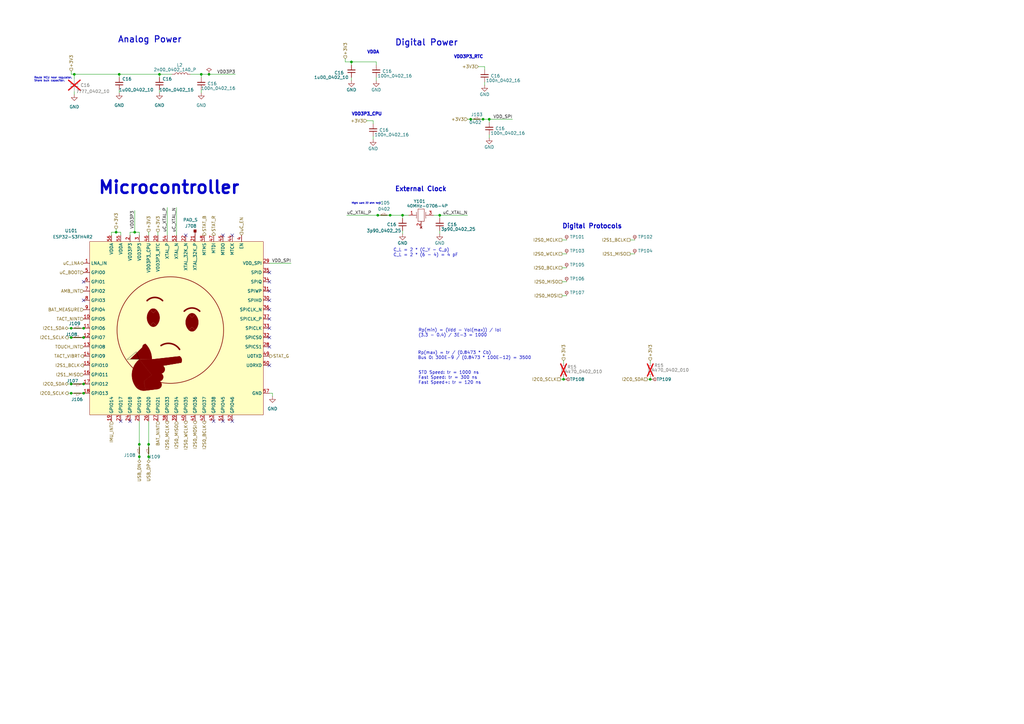
<source format=kicad_sch>
(kicad_sch (version 20230121) (generator eeschema)
  (paper "A3")
  (title_block (title "MCU") (date "2023-08-07") (rev "1") (company "Beep Boop"))
  (lib_symbols
    (symbol "Beacon_Library:CUT_N_JUMP" (pin_numbers hide) (in_bom no)
      (property "Reference" "J" (at 0 -0.254 0))
      (property "Value" "0402" (at 0 -3.81 0))
      (symbol "CUT_N_JUMP_1_1"
        (polyline (pts (xy -1.27 -2.54) (xy 1.27 -2.54)) (stroke (width 0.381)))
        (polyline (pts (xy 0.508 -1.905) (xy 0.381 -1.651) (xy 0.508 -1.905) (xy 0.254 -2.032)) (stroke (width 0.0762)))
        (arc (start 0.508 -1.905) (mid -0.5086 -1.8651) (end -1.27 -2.54) (stroke (width 0.0762)))
        (pin passive line (at -2.54 -2.54 0) (length 1.27) (name "~") (number "1"))
        (pin passive line (at 2.54 -2.54 180) (length 1.27) (name "~") (number "2"))
      )
    )
    (symbol "Beacon_Library:Crystal-0706-4P"
      (property "Reference" "Y" (at -5.08 1.27 0))
      (property "Value" "Crystal-0706-4P" (at 3.175 -1.27 0))
      (symbol "Crystal-0706-4P_0_1"
        (rectangle (start -1.27 -2.54) (end 1.27 -7.62))
        (polyline (pts (xy -2.54 -5.08) (xy -1.905 -5.08)))
        (polyline (pts (xy -1.905 -3.81) (xy -1.905 -6.35)))
        (polyline (pts (xy 1.905 -3.81) (xy 1.905 -6.35)))
        (polyline (pts (xy 2.54 -5.08) (xy 1.905 -5.08)))
      )
      (symbol "Crystal-0706-4P_1_1"
        (pin passive line (at -5.08 -5.08 0) (length 2.54) (name "") (number "1"))
        (pin no_connect line (at 0 -10.16 90) (length 2.54) (name "") (number "2"))
        (pin passive line (at 5.08 -5.08 180) (length 2.54) (name "") (number "3"))
      )
    )
    (symbol "Beacon_Library:ESP32-S3FH4R2"
      (property "Reference" "U" (at -8.89 2.54 0))
      (property "Value" "ESP32-S3FH4R2" (at -8.89 -1.27 0))
      (symbol "ESP32-S3FH4R2_1_1"
        (polyline (pts (xy 27.9574 -60.445) (xy 22.8774 -61.08)))
        (polyline (pts (xy 36.8474 -47.11) (xy 25.4174 -48.38)))
        (polyline (pts (xy 37.4824 -49.65) (xy 29.8624 -50.92)))
        (polyline (pts (xy 19.058 -45.2027) (xy 15.248 -48.3777) (xy 20.2772 -48.3015) (xy 19.058 -45.2027)) (stroke (width 0.0127) (color 0 0 0 0.01)) (fill (type outline)))
        (polyline (pts (xy 36.203 -48.3777) (xy 37.473 -49.6477) (xy 29.853 -50.9177) (xy 29.218 -52.8227) (xy 29.218 -56.6327) (xy 28.583 -57.2677) (xy 27.948 -60.4427) (xy 22.868 -61.0777) (xy 22.233 -57.2677) (xy 25.408 -54.7277) (xy 20.328 -48.3777) (xy 25.408 -48.3777) (xy 36.838 -47.1077) (xy 36.203 -48.3777)) (fill (type outline)))
        (rectangle (start 0 0) (end 71.12 -71.12) (fill (type background)))
        (arc (start 19.0674 -59.81) (mid 20.8112 -60.9287) (end 22.8774 -61.08) (fill (type outline)))
        (arc (start 20.3374 -48.38) (mid 17.3371 -53.8322) (end 19.0674 -59.81) (fill (type outline)))
        (arc (start 20.3374 -48.38) (mid 22.0217 -46.1023) (end 21.6074 -43.3) (fill (type color)))
        (arc (start 22.8774 -42.03) (mid 21.9794 -42.402) (end 21.6074 -43.3) (fill (type outline)))
        (arc (start 24.773 -34.4077) (mid 26.043 -34.9332) (end 27.313 -34.4077) (fill (type outline)))
        (arc (start 24.773 -28.0577) (mid 23.4599 -31.2327) (end 24.773 -34.4077) (fill (type outline)))
        (arc (start 25.4174 -48.38) (mid 24.7811 -44.9515) (end 22.8774 -42.03) (fill (type outline)))
        (arc (start 27.313 -34.4077) (mid 28.6281 -31.2327) (end 27.313 -28.0577) (fill (type outline)))
        (arc (start 27.313 -28.0558) (mid 26.043 -27.5303) (end 24.773 -28.0558) (fill (type outline)))
        (arc (start 27.9574 -60.445) (mid 29.4247 -59.0875) (end 28.5924 -57.27) (fill (type outline)))
        (arc (start 28.5924 -57.27) (mid 30.0755 -55.9156) (end 29.2274 -54.095) (fill (type outline)))
        (arc (start 29.2274 -54.095) (mid 30.7116 -52.7409) (end 29.8624 -50.92) (fill (type outline)))
        (arc (start 29.853 -24.2477) (mid 26.678 -22.9326) (end 23.503 -24.2477) (stroke (width 0.635)))
        (circle (center 33.028 -36.3127) (radius 21.8499) (stroke (width 0.254)) (fill (type background)))
        (arc (start 36.83 -44.2468) (mid 33.3512 -41.8825) (end 29.218 -42.6627) (stroke (width 0.635)))
        (arc (start 37.4824 -49.65) (mid 37.6878 -48.2493) (end 36.8474 -47.11) (fill (type outline)))
        (arc (start 40.648 -36.3127) (mid 41.918 -36.8382) (end 43.188 -36.3127) (fill (type outline)))
        (arc (start 40.648 -29.9627) (mid 39.3349 -33.1377) (end 40.648 -36.3127) (fill (type outline)))
        (arc (start 43.188 -36.3127) (mid 44.5031 -33.1377) (end 43.188 -29.9627) (fill (type outline)))
        (arc (start 43.188 -29.9608) (mid 41.918 -29.4353) (end 40.648 -29.9608) (fill (type outline)))
        (arc (start 45.085 -28.5749) (mid 41.91 -27.2598) (end 38.735 -28.5749) (stroke (width 0.635)))
        (pin input line (at -2.54 -8.89 0) (length 2.54) (name "LNA_IN") (number "1"))
        (pin unspecified line (at -2.54 -31.75 0) (length 2.54) (name "GPIO5") (number "10"))
        (pin unspecified line (at -2.54 -35.56 0) (length 2.54) (name "GPIO6") (number "11"))
        (pin unspecified line (at -2.54 -39.37 0) (length 2.54) (name "GPIO7") (number "12"))
        (pin unspecified line (at -2.54 -43.18 0) (length 2.54) (name "GPIO8") (number "13"))
        (pin unspecified line (at -2.54 -46.99 0) (length 2.54) (name "GPIO9") (number "14"))
        (pin unspecified line (at -2.54 -50.8 0) (length 2.54) (name "GPIO10") (number "15"))
        (pin unspecified line (at -2.54 -54.61 0) (length 2.54) (name "GPIO11") (number "16"))
        (pin unspecified line (at -2.54 -58.42 0) (length 2.54) (name "GPIO12") (number "17"))
        (pin unspecified line (at -2.54 -62.23 0) (length 2.54) (name "GPIO13") (number "18"))
        (pin unspecified line (at 8.89 -73.66 90) (length 2.54) (name "GPIO14") (number "19"))
        (pin power_in line (at 16.51 2.54 270) (length 2.54) (name "VDD3P3") (number "2"))
        (pin power_in line (at 27.94 2.54 270) (length 2.54) (name "VDD3P3_RTC") (number "20"))
        (pin unspecified line (at 43.18 2.54 270) (length 2.54) (name "XTAL_32K_P") (number "21"))
        (pin unspecified line (at 39.37 2.54 270) (length 2.54) (name "XTAL_32K_N") (number "22"))
        (pin unspecified line (at 12.7 -73.66 90) (length 2.54) (name "GPIO17") (number "23"))
        (pin unspecified line (at 16.51 -73.66 90) (length 2.54) (name "GPIO18") (number "24"))
        (pin unspecified line (at 20.32 -73.66 90) (length 2.54) (name "GPIO19") (number "25"))
        (pin unspecified line (at 24.13 -73.66 90) (length 2.54) (name "GPIO20") (number "26"))
        (pin unspecified line (at 27.94 -73.66 90) (length 2.54) (name "GPIO21") (number "27"))
        (pin unspecified line (at 73.66 -43.18 180) (length 2.54) (name "SPICS1") (number "28"))
        (pin unspecified line (at 73.66 -8.89 180) (length 2.54) (name "VDD_SPI") (number "29"))
        (pin input line (at 20.32 2.54 270) (length 2.54) (name "VDD3P3") (number "3"))
        (pin unspecified line (at 73.66 -24.13 180) (length 2.54) (name "SPIHD") (number "30"))
        (pin unspecified line (at 73.66 -20.32 180) (length 2.54) (name "SPIWP") (number "31"))
        (pin unspecified line (at 73.66 -39.37 180) (length 2.54) (name "SPICS0") (number "32"))
        (pin unspecified line (at 73.66 -35.56 180) (length 2.54) (name "SPICLK") (number "33"))
        (pin unspecified line (at 73.66 -16.51 180) (length 2.54) (name "SPIQ") (number "34"))
        (pin unspecified line (at 73.66 -12.7 180) (length 2.54) (name "SPID") (number "35"))
        (pin unspecified line (at 73.66 -27.94 180) (length 2.54) (name "SPICLK_N") (number "36"))
        (pin unspecified line (at 73.66 -31.75 180) (length 2.54) (name "SPICLK_P") (number "37"))
        (pin unspecified line (at 31.75 -73.66 90) (length 2.54) (name "GPIO33") (number "38"))
        (pin unspecified line (at 35.56 -73.66 90) (length 2.54) (name "GPIO34") (number "39"))
        (pin input line (at 62.23 2.54 270) (length 2.54) (name "EN") (number "4"))
        (pin unspecified line (at 39.37 -73.66 90) (length 2.54) (name "GPIO35") (number "40"))
        (pin unspecified line (at 43.18 -73.66 90) (length 2.54) (name "GPIO36") (number "41"))
        (pin unspecified line (at 46.99 -73.66 90) (length 2.54) (name "GPIO37") (number "42"))
        (pin unspecified line (at 50.8 -73.66 90) (length 2.54) (name "GPIO38") (number "43"))
        (pin unspecified line (at 58.42 2.54 270) (length 2.54) (name "MTCK") (number "44"))
        (pin unspecified line (at 54.61 2.54 270) (length 2.54) (name "MTDO") (number "45"))
        (pin power_in line (at 24.13 2.54 270) (length 2.54) (name "VDD3P3_CPU") (number "46"))
        (pin unspecified line (at 50.8 2.54 270) (length 2.54) (name "MTDI") (number "47"))
        (pin unspecified line (at 46.99 2.54 270) (length 2.54) (name "MTMS") (number "48"))
        (pin output line (at 73.66 -46.99 180) (length 2.54) (name "U0TXD") (number "49"))
        (pin unspecified line (at -2.54 -12.7 0) (length 2.54) (name "GPIO0") (number "5"))
        (pin input line (at 73.66 -50.8 180) (length 2.54) (name "U0RXD") (number "50"))
        (pin unspecified line (at 54.61 -73.66 90) (length 2.54) (name "GPIO45") (number "51"))
        (pin unspecified line (at 58.42 -73.66 90) (length 2.54) (name "GPIO46") (number "52"))
        (pin passive line (at 35.56 2.54 270) (length 2.54) (name "XTAL_N") (number "53"))
        (pin passive line (at 31.75 2.54 270) (length 2.54) (name "XTAL_P") (number "54"))
        (pin power_in line (at 12.7 2.54 270) (length 2.54) (name "VDDA") (number "55"))
        (pin power_in line (at 8.89 2.54 270) (length 2.54) (name "VDDA") (number "56"))
        (pin passive line (at 73.66 -62.23 180) (length 2.54) (name "GND") (number "57"))
        (pin unspecified line (at -2.54 -16.51 0) (length 2.54) (name "GPIO1") (number "6"))
        (pin unspecified line (at -2.54 -20.32 0) (length 2.54) (name "GPIO2") (number "7"))
        (pin unspecified line (at -2.54 -24.13 0) (length 2.54) (name "GPIO3") (number "8"))
        (pin unspecified line (at -2.54 -27.94 0) (length 2.54) (name "GPIO4") (number "9"))
      )
    )
    (symbol "Beacon_Library:PAD_SMALL" (pin_numbers hide) (in_bom no)
      (property "Reference" "J" (at 0 3.302 0))
      (property "Value" "PAD_S" (at 3.81 2.54 0))
      (symbol "PAD_SMALL_1_1"
        (rectangle (start -0.508 2.286) (end 0.508 1.27) (fill (type outline)))
        (pin passive line (at 0 0 90) (length 1.27) (name "") (number "1"))
      )
    )
    (symbol "Beacon_Library:TESTPOINT" (pin_numbers hide) (in_bom no)
      (property "Reference" "TP" (at 0 0 0))
      (symbol "TESTPOINT_1_1"
        (circle (center 0 -1.905) (radius 0.635))
        (polyline (pts (xy -0.508 -2.286) (xy 0.508 -1.524)) (stroke (width 0.0254)))
        (polyline (pts (xy -0.508 -1.524) (xy 0.508 -2.286)) (stroke (width 0.0254)))
        (pin passive line (at 0 -3.175 90) (length 0.635) (name "~") (number "1"))
      )
    )
    (symbol "Device:C_Small" (pin_numbers hide) (pin_names (offset 0.254) hide)
      (property "Reference" "C" (at 0.254 1.778 0))
      (property "Value" "C_Small" (at 0.254 -2.032 0))
      (symbol "C_Small_0_1"
        (polyline (pts (xy -1.524 -0.508) (xy 1.524 -0.508)) (stroke (width 0.3302)))
        (polyline (pts (xy -1.524 0.508) (xy 1.524 0.508)) (stroke (width 0.3048)))
      )
      (symbol "C_Small_1_1"
        (pin passive line (at 0 2.54 270) (length 2.032) (name "~") (number "1"))
        (pin passive line (at 0 -2.54 90) (length 2.032) (name "~") (number "2"))
      )
    )
    (symbol "Device:L" (pin_numbers hide) (pin_names (offset 1.016) hide)
      (property "Reference" "L" (at -1.27 0 90))
      (property "Value" "L" (at 1.905 0 90))
      (symbol "L_0_1"
        (arc (start 0 -2.54) (mid 0.6323 -1.905) (end 0 -1.27))
        (arc (start 0 -1.27) (mid 0.6323 -0.635) (end 0 0))
        (arc (start 0 0) (mid 0.6323 0.635) (end 0 1.27))
        (arc (start 0 1.27) (mid 0.6323 1.905) (end 0 2.54))
      )
      (symbol "L_1_1"
        (pin passive line (at 0 3.81 270) (length 1.27) (name "1") (number "1"))
        (pin passive line (at 0 -3.81 90) (length 1.27) (name "2") (number "2"))
      )
    )
    (symbol "Device:R_Small" (pin_numbers hide) (pin_names (offset 0.254) hide)
      (property "Reference" "R" (at 0.762 0.508 0))
      (property "Value" "R_Small" (at 0.762 -1.016 0))
      (symbol "R_Small_0_1"
        (rectangle (start -0.762 1.778) (end 0.762 -1.778) (stroke (width 0.2032)))
      )
      (symbol "R_Small_1_1"
        (pin passive line (at 0 2.54 270) (length 0.762) (name "~") (number "1"))
        (pin passive line (at 0 -2.54 90) (length 0.762) (name "~") (number "2"))
      )
    )
    (symbol "power:GND" (power) (pin_names (offset 0))
      (property "Value" "GND" (at 0 -3.81 0))
      (symbol "GND_0_1"
        (polyline (pts (xy 0 0) (xy 0 -1.27) (xy 1.27 -1.27) (xy 0 -2.54) (xy -1.27 -1.27) (xy 0 -1.27)))
      )
      (symbol "GND_1_1"
        (pin power_in line (at 0 0 270) (length 0) hide (name "GND") (number "1"))
      )
    )
    (symbol "power:PWR_FLAG" (power) (pin_numbers hide) (pin_names (offset 0) hide)
      (property "Value" "PWR_FLAG" (at 0 3.81 0))
      (symbol "PWR_FLAG_0_0"
        (pin power_out line (at 0 0 90) (length 0) (name "pwr") (number "1"))
      )
      (symbol "PWR_FLAG_0_1"
        (polyline (pts (xy 0 0) (xy 0 1.27) (xy -1.016 1.905) (xy 0 2.54) (xy 1.016 1.905) (xy 0 1.27)))
      )
    )
  )
  (junction (at 29.21 138.43))
  (junction (at 165.1 88.265))
  (junction (at 160.02 88.265))
  (junction (at 30.48 30.48))
  (junction (at 82.55 30.48))
  (junction (at 57.15 182.245))
  (junction (at 85.725 30.48))
  (junction (at 57.15 187.325))
  (junction (at 34.29 134.62))
  (junction (at 266.7 155.575))
  (junction (at 200.66 48.895))
  (junction (at 34.29 157.48))
  (junction (at 48.895 30.48))
  (junction (at 60.96 182.245))
  (junction (at 198.12 48.895))
  (junction (at 60.96 187.325))
  (junction (at 154.94 88.265))
  (junction (at 34.29 161.29))
  (junction (at 193.04 48.895))
  (junction (at 34.29 138.43))
  (junction (at 180.34 88.265))
  (junction (at 144.145 25.4))
  (junction (at 47.625 95.25))
  (junction (at 231.14 155.575))
  (junction (at 29.21 161.29))
  (junction (at 55.245 95.25))
  (junction (at 65.405 30.48))
  (junction (at 29.21 157.48))
  (junction (at 29.21 134.62))
  (no_connect (at 91.44 96.52))
  (no_connect (at 110.49 119.38))
  (no_connect (at 95.25 96.52))
  (no_connect (at 110.49 130.81))
  (no_connect (at 95.25 172.72))
  (no_connect (at 91.44 172.72))
  (no_connect (at 110.49 142.24))
  (no_connect (at 87.63 172.72))
  (no_connect (at 34.29 115.57))
  (no_connect (at 110.49 134.62))
  (no_connect (at 49.53 172.72))
  (no_connect (at 53.34 172.72))
  (no_connect (at 110.49 138.43))
  (no_connect (at 76.2 96.52))
  (no_connect (at 110.49 115.57))
  (no_connect (at 110.49 123.19))
  (no_connect (at 34.29 123.19))
  (no_connect (at 110.49 111.76))
  (no_connect (at 110.49 127))
  (no_connect (at 110.49 149.86))
  (wire (pts (xy 60.96 187.325) (xy 60.96 188.595)))
  (wire (pts (xy 154.94 88.265) (xy 160.02 88.265)))
  (wire (pts (xy 153.035 49.53) (xy 153.035 50.8)))
  (wire (pts (xy 64.77 95.25) (xy 64.77 96.52)))
  (wire (pts (xy 200.66 56.515) (xy 200.66 55.245)))
  (wire (pts (xy 29.21 161.29) (xy 34.29 161.29)))
  (wire (pts (xy 45.72 95.25) (xy 45.72 96.52)))
  (wire (pts (xy 230.505 115.57) (xy 232.41 115.57)))
  (wire (pts (xy 85.725 30.48) (xy 96.52 30.48)))
  (wire (pts (xy 55.245 95.25) (xy 57.15 95.25)))
  (wire (pts (xy 144.145 31.75) (xy 144.145 33.02)))
  (wire (pts (xy 193.04 48.895) (xy 198.12 48.895)))
  (wire (pts (xy 65.405 30.48) (xy 65.405 31.75)))
  (wire (pts (xy 144.145 26.67) (xy 144.145 25.4)))
  (wire (pts (xy 196.215 27.305) (xy 198.755 27.305)))
  (wire (pts (xy 142.24 88.265) (xy 154.94 88.265)))
  (wire (pts (xy 57.15 182.245) (xy 57.15 187.325)))
  (wire (pts (xy 47.625 95.25) (xy 49.53 95.25)))
  (wire (pts (xy 180.34 94.615) (xy 180.34 95.885)))
  (wire (pts (xy 27.94 157.48) (xy 29.21 157.48)))
  (wire (pts (xy 27.94 134.62) (xy 29.21 134.62)))
  (wire (pts (xy 266.7 155.575) (xy 265.43 155.575)))
  (wire (pts (xy 165.1 88.265) (xy 167.64 88.265)))
  (wire (pts (xy 144.145 25.4) (xy 154.305 25.4)))
  (wire (pts (xy 154.305 25.4) (xy 154.305 26.67)))
  (wire (pts (xy 30.48 30.48) (xy 30.48 32.385)))
  (wire (pts (xy 191.77 48.895) (xy 193.04 48.895)))
  (wire (pts (xy 266.7 147.955) (xy 266.7 149.225)))
  (wire (pts (xy 198.12 48.895) (xy 200.66 48.895)))
  (wire (pts (xy 53.34 95.25) (xy 53.34 96.52)))
  (wire (pts (xy 180.34 88.265) (xy 180.34 89.535)))
  (wire (pts (xy 230.505 98.425) (xy 232.41 98.425)))
  (wire (pts (xy 53.34 95.25) (xy 55.245 95.25)))
  (wire (pts (xy 258.445 104.14) (xy 260.35 104.14)))
  (wire (pts (xy 82.55 31.75) (xy 82.55 30.48)))
  (wire (pts (xy 177.8 88.265) (xy 180.34 88.265)))
  (wire (pts (xy 82.55 30.48) (xy 85.725 30.48)))
  (wire (pts (xy 198.755 27.305) (xy 198.755 28.575)))
  (wire (pts (xy 231.775 155.575) (xy 231.14 155.575)))
  (wire (pts (xy 258.445 98.425) (xy 260.35 98.425)))
  (wire (pts (xy 267.335 155.575) (xy 266.7 155.575)))
  (wire (pts (xy 45.72 95.25) (xy 47.625 95.25)))
  (wire (pts (xy 154.305 31.75) (xy 154.305 33.02)))
  (wire (pts (xy 27.94 161.29) (xy 29.21 161.29)))
  (wire (pts (xy 48.895 36.83) (xy 48.895 38.1)))
  (wire (pts (xy 165.1 94.615) (xy 165.1 95.885)))
  (wire (pts (xy 57.15 96.52) (xy 57.15 95.25)))
  (wire (pts (xy 230.505 104.14) (xy 232.41 104.14)))
  (wire (pts (xy 55.245 86.36) (xy 55.245 95.25)))
  (wire (pts (xy 68.58 85.09) (xy 68.58 96.52)))
  (wire (pts (xy 57.15 187.325) (xy 57.15 188.595)))
  (wire (pts (xy 29.21 138.43) (xy 34.29 138.43)))
  (wire (pts (xy 231.14 155.575) (xy 229.87 155.575)))
  (wire (pts (xy 165.1 88.265) (xy 165.1 89.535)))
  (wire (pts (xy 30.48 37.465) (xy 30.48 38.735)))
  (wire (pts (xy 60.96 172.72) (xy 60.96 182.245)))
  (wire (pts (xy 198.755 33.655) (xy 198.755 34.925)))
  (wire (pts (xy 231.14 147.955) (xy 231.14 149.225)))
  (wire (pts (xy 47.625 93.98) (xy 47.625 95.25)))
  (wire (pts (xy 200.66 50.165) (xy 200.66 48.895)))
  (wire (pts (xy 141.605 25.4) (xy 144.145 25.4)))
  (wire (pts (xy 160.02 88.265) (xy 165.1 88.265)))
  (wire (pts (xy 72.39 85.09) (xy 72.39 96.52)))
  (wire (pts (xy 48.895 30.48) (xy 65.405 30.48)))
  (wire (pts (xy 141.605 24.13) (xy 141.605 25.4)))
  (wire (pts (xy 27.94 138.43) (xy 29.21 138.43)))
  (wire (pts (xy 65.405 36.83) (xy 65.405 38.1)))
  (wire (pts (xy 111.76 162.56) (xy 111.76 161.29)))
  (wire (pts (xy 82.55 38.1) (xy 82.55 36.83)))
  (wire (pts (xy 48.895 30.48) (xy 48.895 31.75)))
  (wire (pts (xy 150.495 49.53) (xy 153.035 49.53)))
  (wire (pts (xy 29.21 30.48) (xy 30.48 30.48)))
  (wire (pts (xy 29.21 157.48) (xy 34.29 157.48)))
  (wire (pts (xy 30.48 30.48) (xy 48.895 30.48)))
  (wire (pts (xy 180.34 88.265) (xy 191.77 88.265)))
  (wire (pts (xy 200.66 48.895) (xy 210.185 48.895)))
  (wire (pts (xy 60.96 182.245) (xy 60.96 187.325)))
  (wire (pts (xy 29.21 29.21) (xy 29.21 30.48)))
  (wire (pts (xy 153.035 55.88) (xy 153.035 57.15)))
  (wire (pts (xy 231.14 154.305) (xy 231.14 155.575)))
  (wire (pts (xy 70.485 30.48) (xy 65.405 30.48)))
  (wire (pts (xy 82.55 30.48) (xy 78.105 30.48)))
  (wire (pts (xy 230.505 121.285) (xy 232.41 121.285)))
  (wire (pts (xy 111.76 161.29) (xy 110.49 161.29)))
  (wire (pts (xy 49.53 96.52) (xy 49.53 95.25)))
  (wire (pts (xy 230.505 109.855) (xy 232.41 109.855)))
  (wire (pts (xy 60.96 95.25) (xy 60.96 96.52)))
  (wire (pts (xy 57.15 182.245) (xy 57.15 172.72)))
  (wire (pts (xy 119.38 107.95) (xy 110.49 107.95)))
  (wire (pts (xy 29.21 134.62) (xy 34.29 134.62)))
  (wire (pts (xy 266.7 154.305) (xy 266.7 155.575)))
  (text "VDDA" (at 150.495 22.225 0) (effects (font (size 1.27 1.27) (thickness 0.508) bold) (justify left bottom)))
  (text "Might want 22 ohm here" (at 144.145 83.82 0) (effects (font (size 0.635 0.635)) (justify left bottom)))
  (text "Route MCU near regulator.\nShare bulk capacitor." (at 13.97 33.655 0) (effects (font (size 0.762 0.762)) (justify left bottom)))
  (text "Digital Power" (at 161.925 19.05 0) (effects (font (size 2.54 2.54) (thickness 0.381) bold) (justify left bottom)))
  (text "VDD3P3_CPU" (at 144.145 47.625 0) (effects (font (size 1.27 1.27) (thickness 0.508) bold) (justify left bottom)))
  (text "External Clock" (at 161.925 78.74 0) (effects (font (size 1.905 1.905) (thickness 0.381) bold) (justify left bottom)))
  (text "Analog Power" (at 48.26 17.78 0) (effects (font (size 2.54 2.54) (thickness 0.381) bold) (justify left bottom)))
  (text "Digital Protocols" (at 230.505 93.98 0) (effects (font (size 1.905 1.905) (thickness 0.381) bold) (justify left bottom)))
  (text "Microcontroller" (at 40.005 80.01 0) (effects (font (size 5.08 5.08) (thickness 1.016) bold) (justify left bottom)))
  (text "C_L = 2 * (C_Y - C_p)\nC_L = 2 * (6 - 4) = 4 pF" (at 161.29 105.41 0) (effects (font (size 1.27 1.27)) (justify left bottom)))
  (text "STD Speed: tr = 1000 ns\nFast Speed: tr = 300 ns\nFast Speed+: tr = 120 ns" (at 171.577 157.734 0) (effects (font (size 1.27 1.27)) (justify left bottom)))
  (text "Rp(min) = (Vdd - Vol(max)) / Iol\n(3.3 - 0.4) / 3E-3 = 1000" (at 171.577 138.303 0) (effects (font (size 1.27 1.27)) (justify left bottom)))
  (text "VDD3P3_RTC" (at 186.055 24.13 0) (effects (font (size 1.27 1.27) (thickness 0.508) bold) (justify left bottom)))
  (text "Rp(max) = tr / (0.8473 * Cb)\nBus 0: 300E-9 / (0.8473 * 100E-12) = 3500 \n" (at 171.323 147.574 0) (effects (font (size 1.27 1.27)) (justify left bottom)))
  (label "VDD3P3" (at 96.52 30.48 180))
  (label "VDD3P3" (at 55.245 86.36 270))
  (label "VDD_SPI" (at 210.185 48.895 180))
  (label "uC_XTAL_N" (at 191.77 88.265 180))
  (label "VDD_SPI" (at 119.38 107.95 180))
  (label "uC_XTAL_N" (at 72.39 85.09 270))
  (label "uC_XTAL_P" (at 142.24 88.265 0))
  (label "uC_XTAL_P" (at 68.58 85.09 270))
  (hierarchical_label "uC_EN" (shape input) (at 99.06 96.52 90) (property "Intersheetrefs" "${INTERSHEET_REFS}" (effects hide)))
  (hierarchical_label "I2C0_SCLK" (shape passive) (at 229.87 155.575 180) (property "Intersheetrefs" "${INTERSHEET_REFS}" (effects hide)))
  (hierarchical_label "TACT_NINT" (shape input) (at 34.29 130.81 180) (property "Intersheetrefs" "${INTERSHEET_REFS}" (effects hide)))
  (hierarchical_label "TOUCH_INT" (shape input) (at 34.29 142.24 180) (property "Intersheetrefs" "${INTERSHEET_REFS}" (effects hide)))
  (hierarchical_label "+3V3" (shape input) (at 64.77 95.25 90))
  (hierarchical_label "AMB_INT" (shape input) (at 34.29 119.38 180) (property "Intersheetrefs" "${INTERSHEET_REFS}" (effects hide)))
  (hierarchical_label "STAT_R" (shape output) (at 87.63 96.52 90) (property "Intersheetrefs" "${INTERSHEET_REFS}" (effects hide)))
  (hierarchical_label "USB_DP" (shape bidirectional) (at 60.96 188.595 270) (property "Intersheetrefs" "${INTERSHEET_REFS}" (effects hide)))
  (hierarchical_label "I2S0_MCLK" (shape output) (at 68.58 172.72 270) (property "Intersheetrefs" "${INTERSHEET_REFS}" (effects hide)))
  (hierarchical_label "BAT_MEASURE" (shape input) (at 34.29 127 180) (property "Intersheetrefs" "${INTERSHEET_REFS}" (effects hide)))
  (hierarchical_label "+3V3" (shape input) (at 191.77 48.895 180))
  (hierarchical_label "+3V3" (shape input) (at 29.21 29.21 90))
  (hierarchical_label "I2C0_SDA" (shape bidirectional) (at 27.94 157.48 180) (property "Intersheetrefs" "${INTERSHEET_REFS}" (effects hide)))
  (hierarchical_label "I2C0_SDA" (shape passive) (at 265.43 155.575 180) (property "Intersheetrefs" "${INTERSHEET_REFS}" (effects hide)))
  (hierarchical_label "I2S0_WCLK" (shape output) (at 76.2 172.72 270) (property "Intersheetrefs" "${INTERSHEET_REFS}" (effects hide)))
  (hierarchical_label "BAT_NINT" (shape input) (at 64.77 172.72 270))
  (hierarchical_label "STAT_G" (shape output) (at 110.49 146.05 0) (property "Intersheetrefs" "${INTERSHEET_REFS}" (effects hide)))
  (hierarchical_label "+3V3" (shape input) (at 60.96 95.25 90))
  (hierarchical_label "uC_LNA" (shape bidirectional) (at 34.29 107.95 180) (property "Intersheetrefs" "${INTERSHEET_REFS}" (effects hide)))
  (hierarchical_label "I2S1_MISO" (shape passive) (at 258.445 104.14 180) (property "Intersheetrefs" "${INTERSHEET_REFS}" (effects hide)))
  (hierarchical_label "I2S1_BCLK" (shape output) (at 34.29 149.86 180) (property "Intersheetrefs" "${INTERSHEET_REFS}" (effects hide)))
  (hierarchical_label "TACT_VIBRT" (shape output) (at 34.29 146.05 180) (property "Intersheetrefs" "${INTERSHEET_REFS}" (effects hide)))
  (hierarchical_label "I2S0_BCLK" (shape passive) (at 230.505 109.855 180) (property "Intersheetrefs" "${INTERSHEET_REFS}" (effects hide)))
  (hierarchical_label "uC_BOOT" (shape input) (at 34.29 111.76 180) (property "Intersheetrefs" "${INTERSHEET_REFS}" (effects hide)))
  (hierarchical_label "IMU_INT" (shape input) (at 45.72 172.72 270) (property "Intersheetrefs" "${INTERSHEET_REFS}" (effects hide)))
  (hierarchical_label "USB_DN" (shape bidirectional) (at 57.15 188.595 270) (property "Intersheetrefs" "${INTERSHEET_REFS}" (effects hide)))
  (hierarchical_label "+3V3" (shape input) (at 231.14 147.955 90))
  (hierarchical_label "I2S0_MOSI" (shape output) (at 80.01 172.72 270) (property "Intersheetrefs" "${INTERSHEET_REFS}" (effects hide)))
  (hierarchical_label "I2S0_WCLK" (shape passive) (at 230.505 104.14 180) (property "Intersheetrefs" "${INTERSHEET_REFS}" (effects hide)))
  (hierarchical_label "+3V3" (shape input) (at 196.215 27.305 180))
  (hierarchical_label "I2S1_BCLK" (shape passive) (at 258.445 98.425 180) (property "Intersheetrefs" "${INTERSHEET_REFS}" (effects hide)))
  (hierarchical_label "I2S0_MCLK" (shape passive) (at 230.505 98.425 180) (property "Intersheetrefs" "${INTERSHEET_REFS}" (effects hide)))
  (hierarchical_label "I2S0_BCLK" (shape output) (at 83.82 172.72 270) (property "Intersheetrefs" "${INTERSHEET_REFS}" (effects hide)))
  (hierarchical_label "I2C1_SDA" (shape bidirectional) (at 27.94 134.62 180) (property "Intersheetrefs" "${INTERSHEET_REFS}" (effects hide)))
  (hierarchical_label "+3V3" (shape input) (at 150.495 49.53 180))
  (hierarchical_label "I2S1_MISO" (shape input) (at 34.29 153.67 180) (property "Intersheetrefs" "${INTERSHEET_REFS}" (effects hide)))
  (hierarchical_label "I2S0_MOSI" (shape passive) (at 230.505 121.285 180) (property "Intersheetrefs" "${INTERSHEET_REFS}" (effects hide)))
  (hierarchical_label "+3V3" (shape input) (at 141.605 24.13 90))
  (hierarchical_label "I2S0_MISO" (shape input) (at 72.39 172.72 270) (property "Intersheetrefs" "${INTERSHEET_REFS}" (effects hide)))
  (hierarchical_label "I2S0_MISO" (shape passive) (at 230.505 115.57 180) (property "Intersheetrefs" "${INTERSHEET_REFS}" (effects hide)))
  (hierarchical_label "I2C1_SCLK" (shape output) (at 27.94 138.43 180) (property "Intersheetrefs" "${INTERSHEET_REFS}" (effects hide)))
  (hierarchical_label "STAT_B" (shape output) (at 83.82 96.52 90) (property "Intersheetrefs" "${INTERSHEET_REFS}" (effects hide)))
  (hierarchical_label "I2C0_SCLK" (shape output) (at 27.94 161.29 180) (property "Intersheetrefs" "${INTERSHEET_REFS}" (effects hide)))
  (hierarchical_label "+3V3" (shape input) (at 47.625 93.98 90))
  (hierarchical_label "+3V3" (shape input) (at 266.7 147.955 90))
  (symbol (lib_id "power:GND") (at 82.55 38.1 0) (unit 1)
    (property "Reference" "#PWR0112" (effects hide))
    (property "Value" "GND" (at 82.55 43.18 0))
    (instances (project "Beacon" (path "" (reference "#PWR0112") (unit 1))) (project "Beacon_Multiboard" (path "" (reference "#PWR0707") (unit 1))))
  )
  (symbol (lib_id "Beacon_Library:CUT_N_JUMP") (at 54.61 184.785 90) (unit 1) (in_bom no)
    (property "Reference" "J108" (at 50.8 186.69 90) (effects (justify right)))
    (property "Value" "0402" (effects hide))
    (property "Footprint" "Footprint_Library:0402_CUT-N-JUMP" (effects hide))
    (instances (project "Beacon" (path "" (reference "J108") (unit 1))) (project "Beacon_Multiboard" (path "" (reference "J1609") (unit 1))))
  )
  (symbol (lib_id "power:GND") (at 154.305 33.02 0) (unit 1)
    (property "Reference" "#PWR0114" (effects hide))
    (property "Value" "GND" (at 154.305 36.83 0))
    (instances (project "Beacon" (path "" (reference "#PWR0114") (unit 1))) (project "Beacon_Multiboard" (path "" (reference "#PWR0702") (unit 1))))
  )
  (symbol (lib_id "Beacon_Library:TESTPOINT") (at 232.41 112.395 0) (unit 1) (in_bom no)
    (property "Reference" "TP106" (at 233.68 114.3 0) (effects (justify left)))
    (property "Value" "I2S0_MISO" (effects hide))
    (property "Footprint" "Footprint_Library:Testpoint_Pad_D1.0mm" (effects hide))
    (instances (project "Beacon" (path "" (reference "TP106") (unit 1))) (project "Beacon_Multiboard" (path "" (reference "TP706") (unit 1))))
  )
  (symbol (lib_id "power:GND") (at 180.34 95.885 0) (unit 1)
    (property "Reference" "#PWR0129" (effects hide))
    (property "Value" "GND" (at 180.34 99.695 0))
    (instances (project "Beacon" (path "" (reference "#PWR0129") (unit 1)) (path "" (reference "#PWR074") (unit 1))) (project "Beacon_Multiboard" (path "" (reference "#PWR0711") (unit 1))))
  )
  (symbol (lib_id "power:GND") (at 144.145 33.02 0) (unit 1)
    (property "Reference" "#PWR0113" (effects hide))
    (property "Value" "GND" (at 144.145 36.83 0))
    (instances (project "Beacon" (path "" (reference "#PWR0113") (unit 1))) (project "Beacon_Multiboard" (path "" (reference "#PWR0701") (unit 1))))
  )
  (symbol (lib_id "Beacon_Library:TESTPOINT") (at 260.35 95.25 0) (unit 1) (in_bom no)
    (property "Reference" "TP102" (at 261.62 97.155 0) (effects (justify left)))
    (property "Value" "I2S1_BCLK" (effects hide))
    (property "Footprint" "Footprint_Library:Testpoint_Pad_D1.0mm" (effects hide))
    (instances (project "Beacon" (path "" (reference "TP102") (unit 1))) (project "Beacon_Multiboard" (path "" (reference "TP702") (unit 1))))
  )
  (symbol (lib_id "Device:C_Small") (at 153.035 53.34 180) (unit 1)
    (property "Reference" "C16" (at 157.48 53.34 0))
    (property "Value" "100n_0402_16" (at 160.655 55.245 0))
    (property "Footprint" "Footprint_Library:0402_1005Metric_Handsolder" (effects hide))
    (instances (project "Beacon" (path "" (reference "C16") (unit 1)) (path "" (reference "C108") (unit 1))) (project "Beacon_Multiboard" (path "" (reference "C709") (unit 1))))
  )
  (symbol (lib_id "power:GND") (at 30.48 38.735 0) (unit 1)
    (property "Reference" "#PWR0110" (effects hide))
    (property "Value" "GND" (at 30.48 43.815 0))
    (instances (project "Beacon" (path "" (reference "#PWR0110") (unit 1))) (project "Beacon_Multiboard" (path "" (reference "#PWR0704") (unit 1))))
  )
  (symbol (lib_id "Device:C_Small") (at 180.34 92.075 180) (unit 1)
    (property "Reference" "C16" (at 185.42 92.075 0))
    (property "Value" "3p90_0402_25" (at 187.96 93.98 0))
    (property "Footprint" "Footprint_Library:0402_1005Metric_Handsolder" (effects hide))
    (instances (project "Beacon" (path "" (reference "C16") (unit 1)) (path "" (reference "C111") (unit 1)) (path "" (reference "C7") (unit 1))) (project "Beacon_Multiboard" (path "" (reference "C711") (unit 1))))
  )
  (symbol (lib_id "Device:C_Small") (at 165.1 92.075 180) (unit 1)
    (property "Reference" "C16" (at 160.655 92.075 0))
    (property "Value" "3p90_0402_25" (at 157.48 94.615 0))
    (property "Footprint" "Footprint_Library:0402_1005Metric_Handsolder" (effects hide))
    (instances (project "Beacon" (path "" (reference "C16") (unit 1)) (path "" (reference "C110") (unit 1)) (path "" (reference "C6") (unit 1))) (project "Beacon_Multiboard" (path "" (reference "C710") (unit 1))))
  )
  (symbol (lib_id "Device:R_Small") (at 266.7 151.765 180) (unit 1) (dnp yes)
    (property "Reference" "R15" (at 270.256 149.86 0))
    (property "Value" "4k70_0402_010" (at 274.955 151.765 0))
    (property "Footprint" "Footprint_Library:0402_1005Metric_Handsolder" (effects hide))
    (instances (project "Beacon" (path "" (reference "R15") (unit 1)) (path "" (reference "R102") (unit 1))) (project "Beacon_Multiboard" (path "" (reference "R702") (unit 1))))
  )
  (symbol (lib_id "Device:C_Small") (at 48.895 34.29 180) (unit 1)
    (property "Reference" "C16" (at 52.07 32.385 0))
    (property "Value" "1u00_0402_10" (at 55.88 36.83 0))
    (property "Footprint" "Footprint_Library:0402_1005Metric_Handsolder" (effects hide))
    (instances (project "Beacon" (path "" (reference "C16") (unit 1)) (path "" (reference "C102") (unit 1))) (project "Beacon_Multiboard" (path "" (reference "C705") (unit 1))))
  )
  (symbol (lib_id "Beacon_Library:TESTPOINT") (at 234.95 155.575 270) (unit 1) (in_bom no)
    (property "Reference" "TP108" (at 233.68 155.575 90) (effects (justify left)))
    (property "Value" "I2C0_SCLK" (effects hide))
    (property "Footprint" "Footprint_Library:Testpoint_Pad_D1.0mm" (effects hide))
    (instances (project "Beacon" (path "" (reference "TP108") (unit 1))) (project "Beacon_Multiboard" (path "" (reference "TP708") (unit 1))))
  )
  (symbol (lib_id "Device:R_Small") (at 231.14 151.765 180) (unit 1) (dnp yes)
    (property "Reference" "R15" (at 234.569 150.495 0))
    (property "Value" "4k70_0402_010" (at 239.395 152.4 0))
    (property "Footprint" "Footprint_Library:0402_1005Metric_Handsolder" (effects hide))
    (instances (project "Beacon" (path "" (reference "R15") (unit 1)) (path "" (reference "R101") (unit 1))) (project "Beacon_Multiboard" (path "" (reference "R701") (unit 1))))
  )
  (symbol (lib_id "Device:C_Small") (at 30.48 34.925 180) (unit 1) (dnp yes)
    (property "Reference" "C16" (at 34.925 34.925 0))
    (property "Value" "????_0402_10" (at 38.1 37.465 0))
    (property "Footprint" "Footprint_Library:0402_1005Metric_Handsolder" (effects hide))
    (instances (project "Beacon" (path "" (reference "C16") (unit 1)) (path "" (reference "C102") (unit 1))) (project "Beacon_Multiboard" (path "" (reference "C704") (unit 1))))
  )
  (symbol (lib_id "Beacon_Library:TESTPOINT") (at 270.51 155.575 270) (unit 1) (in_bom no)
    (property "Reference" "TP109" (at 269.24 155.575 90) (effects (justify left)))
    (property "Value" "I2C0_SDA" (effects hide))
    (property "Footprint" "Footprint_Library:Testpoint_Pad_D1.0mm" (effects hide))
    (instances (project "Beacon" (path "" (reference "TP109") (unit 1))) (project "Beacon_Multiboard" (path "" (reference "TP709") (unit 1))))
  )
  (symbol (lib_id "Beacon_Library:CUT_N_JUMP") (at 31.75 160.02 180) (unit 1) (in_bom no)
    (property "Reference" "J107" (at 27.305 156.21 0) (effects (justify right)))
    (property "Value" "0402" (effects hide))
    (property "Footprint" "Footprint_Library:0402_CUT-N-JUMP" (effects hide))
    (instances (project "Beacon" (path "" (reference "J107") (unit 1))) (project "Beacon_Multiboard" (path "" (reference "J704") (unit 1))))
  )
  (symbol (lib_id "power:GND") (at 65.405 38.1 0) (unit 1)
    (property "Reference" "#PWR0111" (effects hide))
    (property "Value" "GND" (at 65.405 43.18 0))
    (instances (project "Beacon" (path "" (reference "#PWR0111") (unit 1))) (project "Beacon_Multiboard" (path "" (reference "#PWR0706") (unit 1))))
  )
  (symbol (lib_id "Beacon_Library:ESP32-S3FH4R2") (at 36.83 99.06 0) (unit 1)
    (property "Reference" "U101" (at 29.21 94.615 0))
    (property "Value" "ESP32-S3FH4R2" (at 29.845 97.155 0))
    (property "Footprint" "Footprint_Library:QFN40P700X700X90-57N-D" (effects hide))
    (property "Datasheet" "https://www.mouser.com/ProductDetail/Espressif-Systems/ESP32-S3FH4R2?qs=tlsG%2FOw5FFjPrwkmZSBQNA%3D%3D" (effects hide))
    (instances (project "Beacon" (path "" (reference "U101") (unit 1))) (project "Beacon_Multiboard" (path "" (reference "U701") (unit 1))))
  )
  (symbol (lib_id "Beacon_Library:TESTPOINT") (at 232.41 106.68 0) (unit 1) (in_bom no)
    (property "Reference" "TP105" (at 233.68 108.585 0) (effects (justify left)))
    (property "Value" "I2S0_BCLK" (effects hide))
    (property "Footprint" "Footprint_Library:Testpoint_Pad_D1.0mm" (effects hide))
    (instances (project "Beacon" (path "" (reference "TP105") (unit 1))) (project "Beacon_Multiboard" (path "" (reference "TP705") (unit 1))))
  )
  (symbol (lib_id "power:GND") (at 198.755 34.925 0) (unit 1)
    (property "Reference" "#PWR0115" (effects hide))
    (property "Value" "GND" (at 198.755 38.735 0))
    (instances (project "Beacon" (path "" (reference "#PWR0115") (unit 1))) (project "Beacon_Multiboard" (path "" (reference "#PWR0703") (unit 1))))
  )
  (symbol (lib_id "Beacon_Library:TESTPOINT") (at 232.41 118.11 0) (unit 1) (in_bom no)
    (property "Reference" "TP107" (at 233.68 120.015 0) (effects (justify left)))
    (property "Value" "I2S0_MOSI" (effects hide))
    (property "Footprint" "Footprint_Library:Testpoint_Pad_D1.0mm" (effects hide))
    (instances (project "Beacon" (path "" (reference "TP107") (unit 1))) (project "Beacon_Multiboard" (path "" (reference "TP707") (unit 1))))
  )
  (symbol (lib_id "Beacon_Library:CUT_N_JUMP") (at 58.42 184.785 90) (unit 1) (in_bom no)
    (property "Reference" "J109" (at 60.96 187.325 90) (effects (justify right)))
    (property "Value" "0402" (effects hide))
    (property "Footprint" "Footprint_Library:0402_CUT-N-JUMP" (effects hide))
    (instances (project "Beacon" (path "" (reference "J109") (unit 1))) (project "Beacon_Multiboard" (path "" (reference "J1610") (unit 1))))
  )
  (symbol (lib_id "power:GND") (at 200.66 56.515 0) (unit 1)
    (property "Reference" "#PWR0123" (effects hide))
    (property "Value" "GND" (at 200.66 60.325 0))
    (instances (project "Beacon" (path "" (reference "#PWR0123") (unit 1))) (project "Beacon_Multiboard" (path "" (reference "#PWR0708") (unit 1))))
  )
  (symbol (lib_id "Beacon_Library:CUT_N_JUMP") (at 31.75 132.08 0) (unit 1) (in_bom no)
    (property "Reference" "J109" (at 33.02 132.715 0) (effects (justify right)))
    (property "Value" "0402" (effects hide))
    (property "Footprint" "Footprint_Library:0402_CUT-N-JUMP" (effects hide))
    (instances (project "Beacon" (path "" (reference "J109") (unit 1))) (project "Beacon_Multiboard" (path "" (reference "J706") (unit 1))))
  )
  (symbol (lib_id "Device:C_Small") (at 82.55 34.29 180) (unit 1)
    (property "Reference" "C16" (at 86.995 34.29 0))
    (property "Value" "100n_0402_16" (at 89.535 36.195 0))
    (property "Footprint" "Footprint_Library:0402_1005Metric_Handsolder" (effects hide))
    (instances (project "Beacon" (path "" (reference "C16") (unit 1)) (path "" (reference "C104") (unit 1))) (project "Beacon_Multiboard" (path "" (reference "C707") (unit 1))))
  )
  (symbol (lib_id "power:GND") (at 111.76 162.56 0) (unit 1)
    (property "Reference" "#PWR0133" (effects hide))
    (property "Value" "GND" (at 111.76 167.64 0))
    (instances (project "Beacon" (path "" (reference "#PWR0133") (unit 1))) (project "Beacon_Multiboard" (path "" (reference "#PWR0712") (unit 1))))
  )
  (symbol (lib_id "Beacon_Library:CUT_N_JUMP") (at 31.75 135.89 0) (unit 1) (in_bom no)
    (property "Reference" "J108" (at 31.75 137.16 0) (effects (justify right)))
    (property "Value" "0402" (effects hide))
    (property "Footprint" "Footprint_Library:0402_CUT-N-JUMP" (effects hide))
    (instances (project "Beacon" (path "" (reference "J108") (unit 1))) (project "Beacon_Multiboard" (path "" (reference "J705") (unit 1))))
  )
  (symbol (lib_id "Beacon_Library:CUT_N_JUMP") (at 31.75 163.83 180) (unit 1) (in_bom no)
    (property "Reference" "J106" (at 29.21 163.83 0) (effects (justify right)))
    (property "Value" "0402" (effects hide))
    (property "Footprint" "Footprint_Library:0402_CUT-N-JUMP" (effects hide))
    (instances (project "Beacon" (path "" (reference "J106") (unit 1))) (project "Beacon_Multiboard" (path "" (reference "J703") (unit 1))))
  )
  (symbol (lib_id "Beacon_Library:TESTPOINT") (at 232.41 95.25 0) (unit 1) (in_bom no)
    (property "Reference" "TP101" (at 233.68 97.155 0) (effects (justify left)))
    (property "Value" "I2S0_MCLK" (effects hide))
    (property "Footprint" "Footprint_Library:Testpoint_Pad_D1.0mm" (effects hide))
    (instances (project "Beacon" (path "" (reference "TP101") (unit 1))) (project "Beacon_Multiboard" (path "" (reference "TP701") (unit 1))))
  )
  (symbol (lib_id "Beacon_Library:TESTPOINT") (at 260.35 100.965 0) (unit 1) (in_bom no)
    (property "Reference" "TP104" (at 261.62 102.87 0) (effects (justify left)))
    (property "Value" "I2S1_MISO" (effects hide))
    (property "Footprint" "Footprint_Library:Testpoint_Pad_D1.0mm" (effects hide))
    (instances (project "Beacon" (path "" (reference "TP104") (unit 1))) (project "Beacon_Multiboard" (path "" (reference "TP704") (unit 1))))
  )
  (symbol (lib_id "Device:C_Small") (at 198.755 31.115 180) (unit 1)
    (property "Reference" "C16" (at 203.2 31.115 0))
    (property "Value" "100n_0402_16" (at 206.375 33.02 0))
    (property "Footprint" "Footprint_Library:0402_1005Metric_Handsolder" (effects hide))
    (instances (project "Beacon" (path "" (reference "C16") (unit 1)) (path "" (reference "C107") (unit 1))) (project "Beacon_Multiboard" (path "" (reference "C703") (unit 1))))
  )
  (symbol (lib_id "power:GND") (at 153.035 57.15 0) (unit 1)
    (property "Reference" "#PWR0122" (effects hide))
    (property "Value" "GND" (at 153.035 60.96 0))
    (instances (project "Beacon" (path "" (reference "#PWR0122") (unit 1))) (project "Beacon_Multiboard" (path "" (reference "#PWR0709") (unit 1))))
  )
  (symbol (lib_id "Device:C_Small") (at 144.145 29.21 180) (unit 1)
    (property "Reference" "C16" (at 139.065 29.845 0))
    (property "Value" "1u00_0402_10" (at 135.89 31.75 0))
    (property "Footprint" "Footprint_Library:0402_1005Metric_Handsolder" (effects hide))
    (instances (project "Beacon" (path "" (reference "C16") (unit 1)) (path "" (reference "C105") (unit 1))) (project "Beacon_Multiboard" (path "" (reference "C701") (unit 1))))
  )
  (symbol (lib_id "power:PWR_FLAG") (at 85.725 30.48 0) (unit 1)
    (property "Reference" "#FLG0701" (effects hide))
    (property "Value" "PWR_FLAG" (effects hide))
  )
  (symbol (lib_id "power:GND") (at 165.1 95.885 0) (unit 1)
    (property "Reference" "#PWR0128" (effects hide))
    (property "Value" "GND" (at 165.1 99.695 0))
    (instances (project "Beacon" (path "" (reference "#PWR0128") (unit 1)) (path "" (reference "#PWR04") (unit 1))) (project "Beacon_Multiboard" (path "" (reference "#PWR0710") (unit 1))))
  )
  (symbol (lib_id "Device:C_Small") (at 200.66 52.705 180) (unit 1)
    (property "Reference" "C16" (at 205.105 52.705 0))
    (property "Value" "100n_0402_16" (at 208.28 54.61 0))
    (property "Footprint" "Footprint_Library:0402_1005Metric_Handsolder" (effects hide))
    (instances (project "Beacon" (path "" (reference "C16") (unit 1)) (path "" (reference "C109") (unit 1))) (project "Beacon_Multiboard" (path "" (reference "C708") (unit 1))))
  )
  (symbol (lib_id "power:GND") (at 48.895 38.1 0) (unit 1)
    (property "Reference" "#PWR0110" (effects hide))
    (property "Value" "GND" (at 48.895 43.18 0))
    (instances (project "Beacon" (path "" (reference "#PWR0110") (unit 1))) (project "Beacon_Multiboard" (path "" (reference "#PWR0705") (unit 1))))
  )
  (symbol (lib_id "Beacon_Library:Crystal-0706-4P") (at 172.72 83.185 0) (unit 1)
    (property "Reference" "Y101" (at 172.085 82.55 0))
    (property "Value" "40MHz-0706-4P" (at 175.26 84.455 0))
    (property "Footprint" "Footprint_Library:XRCGB40M000F1S2FR0" (effects hide))
    (property "Datasheet" "https://www.mouser.com/ProductDetail/Murata-Electronics/XRCGB40M000F1S2FR0?qs=vmHwEFxEFR%2FB12INyBI7xQ%3D%3D" (effects hide))
    (instances (project "Beacon" (path "" (reference "Y101") (unit 1)) (path "" (reference "Y1") (unit 1))) (project "Beacon_Multiboard" (path "" (reference "Y701") (unit 1))))
  )
  (symbol (lib_id "Device:L") (at 74.295 30.48 90) (unit 1)
    (property "Reference" "L2" (at 73.66 26.67 90))
    (property "Value" "2n00_0402_1A0_P" (at 71.755 28.575 90))
    (property "Footprint" "Footprint_Library:0402_1005Metric_Handsolder" (effects hide))
    (instances (project "Beacon" (path "" (reference "L2") (unit 1)) (path "" (reference "L101") (unit 1))) (project "Beacon_Multiboard" (path "" (reference "L701") (unit 1))))
  )
  (symbol (lib_id "Beacon_Library:TESTPOINT") (at 232.41 100.965 0) (unit 1) (in_bom no)
    (property "Reference" "TP103" (at 233.68 102.87 0) (effects (justify left)))
    (property "Value" "I2S0_WCLK" (effects hide))
    (property "Footprint" "Footprint_Library:Testpoint_Pad_D1.0mm" (effects hide))
    (instances (project "Beacon" (path "" (reference "TP103") (unit 1))) (project "Beacon_Multiboard" (path "" (reference "TP703") (unit 1))))
  )
  (symbol (lib_id "Beacon_Library:PAD_SMALL") (at 80.01 96.52 0) (unit 1) (in_bom no)
    (property "Reference" "J708" (at 80.645 92.71 0) (effects (justify right)))
    (property "Value" "PAD_S" (at 78.105 90.17 0))
    (property "Footprint" "Footprint_Library:PAD_SMALL" (effects hide))
  )
  (symbol (lib_id "Beacon_Library:CUT_N_JUMP") (at 195.58 46.355 0) (unit 1) (in_bom no)
    (property "Reference" "J103" (at 195.58 46.99 0))
    (property "Value" "0402" (at 194.945 50.165 0))
    (property "Footprint" "Footprint_Library:0402_CUT-N-JUMP" (effects hide))
    (instances (project "Beacon" (path "" (reference "J103") (unit 1))) (project "Beacon_Multiboard" (path "" (reference "J701") (unit 1))))
  )
  (symbol (lib_id "Device:C_Small") (at 154.305 29.21 180) (unit 1)
    (property "Reference" "C16" (at 158.75 29.21 0))
    (property "Value" "100n_0402_16" (at 161.925 31.115 0))
    (property "Footprint" "Footprint_Library:0402_1005Metric_Handsolder" (effects hide))
    (instances (project "Beacon" (path "" (reference "C16") (unit 1)) (path "" (reference "C106") (unit 1))) (project "Beacon_Multiboard" (path "" (reference "C702") (unit 1))))
  )
  (symbol (lib_id "Beacon_Library:CUT_N_JUMP") (at 157.48 85.725 0) (unit 1) (in_bom no)
    (property "Reference" "J105" (at 157.48 83.185 0))
    (property "Value" "0402" (at 157.48 85.725 0))
    (property "Footprint" "Footprint_Library:0402_CUT-N-JUMP" (effects hide))
    (instances (project "Beacon" (path "" (reference "J105") (unit 1))) (project "Beacon_Multiboard" (path "" (reference "J702") (unit 1))))
  )
  (symbol (lib_id "Device:C_Small") (at 65.405 34.29 180) (unit 1)
    (property "Reference" "C16" (at 68.58 32.385 0))
    (property "Value" "100n_0402_16" (at 72.39 36.83 0))
    (property "Footprint" "Footprint_Library:0402_1005Metric_Handsolder" (effects hide))
    (instances (project "Beacon" (path "" (reference "C16") (unit 1)) (path "" (reference "C103") (unit 1))) (project "Beacon_Multiboard" (path "" (reference "C706") (unit 1))))
  )
)
</source>
